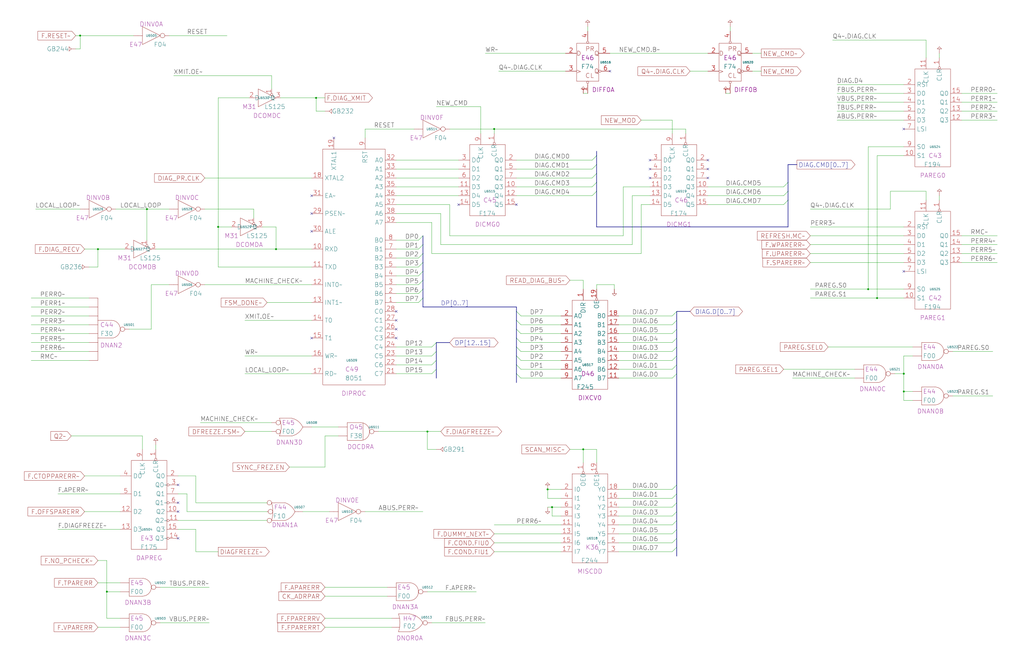
<source format=kicad_sch>
(kicad_sch (version 20250114) (generator "eeschema") (generator_version "9.0")
  (paper "User" 584.2 378.46)
  (title_block (title "DIAGNOSTIC PROCESSOR") (date "20-MAR-90") (rev "1.0") (comment 1 "FIU") (comment 2 "232-003065") (comment 3 "S400") (comment 4 "RELEASED"))
  (junction (at 500.38 170.18))
  (junction (at 281.94 73.66))
  (junction (at 55.88 142.24))
  (junction (at 515.62 223.52))
  (junction (at 60.96 337.82))
  (junction (at 312.42 279.4))
  (junction (at 515.62 213.36))
  (junction (at 157.48 142.24))
  (junction (at 314.96 289.56))
  (junction (at 83.82 119.38))
  (junction (at 495.3 165.1))
  (junction (at 124.46 129.54))
  (junction (at 243.84 246.38))
  (junction (at 332.74 256.54))
  (junction (at 180.34 55.88))
  (junction (at 45.72 20.32))
  (no_connect (at 370.84 91.44))
  (no_connect (at 515.62 73.66))
  (no_connect (at 515.62 154.94))
  (no_connect (at 226.06 187.96))
  (no_connect (at 177.8 132.08))
  (no_connect (at 177.8 111.76))
  (no_connect (at 101.6 287.02))
  (no_connect (at 190.5 78.74))
  (no_connect (at 177.8 193.04))
  (no_connect (at 294.64 116.84))
  (no_connect (at 403.86 101.6))
  (no_connect (at 403.86 91.44))
  (no_connect (at 261.62 116.84))
  (no_connect (at 101.6 307.34))
  (no_connect (at 101.6 276.86))
  (no_connect (at 370.84 101.6))
  (no_connect (at 403.86 96.52))
  (no_connect (at 101.6 292.1))
  (no_connect (at 177.8 121.92))
  (no_connect (at 370.84 96.52))
  (no_connect (at 226.06 193.04))
  (no_connect (at 226.06 182.88))
  (no_connect (at 226.06 177.8))
  (no_connect (at 347.98 40.64))
  (bus_entry (at 294.64 182.88) (size 2.54 2.54))
  (bus_entry (at 386.08 312.42) (size -2.54 2.54))
  (bus_entry (at 294.64 187.96) (size 2.54 2.54))
  (bus_entry (at 248.92 195.58) (size -2.54 2.54))
  (bus_entry (at 449.58 109.22) (size -2.54 2.54))
  (bus_entry (at 340.36 88.9) (size -2.54 2.54))
  (bus_entry (at 241.3 160.02) (size -2.54 2.54))
  (bus_entry (at 386.08 187.96) (size -2.54 2.54))
  (bus_entry (at 386.08 281.94) (size -2.54 2.54))
  (bus_entry (at 241.3 165.1) (size -2.54 2.54))
  (bus_entry (at 294.64 177.8) (size 2.54 2.54))
  (bus_entry (at 386.08 302.26) (size -2.54 2.54))
  (bus_entry (at 340.36 99.06) (size -2.54 2.54))
  (bus_entry (at 386.08 307.34) (size -2.54 2.54))
  (bus_entry (at 248.92 205.74) (size -2.54 2.54))
  (bus_entry (at 386.08 287.02) (size -2.54 2.54))
  (bus_entry (at 248.92 210.82) (size -2.54 2.54))
  (bus_entry (at 449.58 114.3) (size -2.54 2.54))
  (bus_entry (at 241.3 149.86) (size -2.54 2.54))
  (bus_entry (at 386.08 292.1) (size -2.54 2.54))
  (bus_entry (at 386.08 203.2) (size -2.54 2.54))
  (bus_entry (at 386.08 213.36) (size -2.54 2.54))
  (bus_entry (at 241.3 134.62) (size -2.54 2.54))
  (bus_entry (at 241.3 144.78) (size -2.54 2.54))
  (bus_entry (at 386.08 182.88) (size -2.54 2.54))
  (bus_entry (at 449.58 104.14) (size -2.54 2.54))
  (bus_entry (at 248.92 200.66) (size -2.54 2.54))
  (bus_entry (at 241.3 170.18) (size -2.54 2.54))
  (bus_entry (at 294.64 193.04) (size 2.54 2.54))
  (bus_entry (at 386.08 193.04) (size -2.54 2.54))
  (bus_entry (at 340.36 93.98) (size -2.54 2.54))
  (bus_entry (at 386.08 276.86) (size -2.54 2.54))
  (bus_entry (at 241.3 154.94) (size -2.54 2.54))
  (bus_entry (at 340.36 109.22) (size -2.54 2.54))
  (bus_entry (at 294.64 213.36) (size 2.54 2.54))
  (bus_entry (at 294.64 203.2) (size 2.54 2.54))
  (bus_entry (at 386.08 297.18) (size -2.54 2.54))
  (bus_entry (at 294.64 208.28) (size 2.54 2.54))
  (bus_entry (at 386.08 177.8) (size -2.54 2.54))
  (bus_entry (at 340.36 104.14) (size -2.54 2.54))
  (bus_entry (at 386.08 198.12) (size -2.54 2.54))
  (bus_entry (at 294.64 198.12) (size 2.54 2.54))
  (bus_entry (at 386.08 208.28) (size -2.54 2.54))
  (bus_entry (at 241.3 139.7) (size -2.54 2.54))
  (wire (pts (xy 124.46 55.88) (xy 142.24 55.88)))
  (wire (pts (xy 101.6 281.94) (xy 106.68 281.94)))
  (wire (pts (xy 66.04 119.38) (xy 83.82 119.38)))
  (wire (pts (xy 160.02 55.88) (xy 180.34 55.88)))
  (wire (pts (xy 294.64 91.44) (xy 337.82 91.44)))
  (wire (pts (xy 226.06 127) (xy 246.38 127)))
  (wire (pts (xy 208.28 73.66) (xy 208.28 78.74)))
  (wire (pts (xy 332.74 165.1) (xy 332.74 160.02)))
  (wire (pts (xy 353.06 210.82) (xy 383.54 210.82)))
  (bus (pts (xy 386.08 177.8) (xy 386.08 182.88)))
  (wire (pts (xy 48.26 271.78) (xy 68.58 271.78)))
  (wire (pts (xy 193.04 248.92) (xy 185.42 248.92)))
  (wire (pts (xy 429.26 30.48) (xy 434.34 30.48)))
  (wire (pts (xy 226.06 172.72) (xy 238.76 172.72)))
  (bus (pts (xy 386.08 312.42) (xy 386.08 317.5)))
  (wire (pts (xy 243.84 256.54) (xy 243.84 246.38)))
  (bus (pts (xy 386.08 287.02) (xy 386.08 292.1)))
  (wire (pts (xy 452.12 215.9) (xy 487.68 215.9)))
  (bus (pts (xy 340.36 129.54) (xy 449.58 129.54)))
  (wire (pts (xy 312.42 279.4) (xy 320.04 279.4)))
  (wire (pts (xy 111.76 287.02) (xy 152.4 287.02)))
  (wire (pts (xy 355.6 134.62) (xy 355.6 106.68)))
  (wire (pts (xy 340.36 165.1) (xy 340.36 162.56)))
  (wire (pts (xy 256.54 116.84) (xy 256.54 134.62)))
  (wire (pts (xy 33.02 281.94) (xy 68.58 281.94)))
  (wire (pts (xy 256.54 134.62) (xy 355.6 134.62)))
  (wire (pts (xy 226.06 121.92) (xy 251.46 121.92)))
  (bus (pts (xy 449.58 93.98) (xy 454.66 93.98)))
  (wire (pts (xy 88.9 256.54) (xy 88.9 254)))
  (wire (pts (xy 314.96 289.56) (xy 320.04 289.56)))
  (wire (pts (xy 353.06 314.96) (xy 383.54 314.96)))
  (wire (pts (xy 124.46 129.54) (xy 124.46 55.88)))
  (wire (pts (xy 274.32 76.2) (xy 274.32 60.96)))
  (wire (pts (xy 335.28 15.24) (xy 335.28 17.78)))
  (wire (pts (xy 226.06 203.2) (xy 246.38 203.2)))
  (wire (pts (xy 294.64 106.68) (xy 337.82 106.68)))
  (wire (pts (xy 353.06 299.72) (xy 383.54 299.72)))
  (wire (pts (xy 60.96 337.82) (xy 60.96 320.04)))
  (wire (pts (xy 297.18 180.34) (xy 320.04 180.34)))
  (wire (pts (xy 17.78 205.74) (xy 50.8 205.74)))
  (wire (pts (xy 515.62 213.36) (xy 510.54 213.36)))
  (wire (pts (xy 353.06 215.9) (xy 383.54 215.9)))
  (wire (pts (xy 101.6 302.26) (xy 111.76 302.26)))
  (wire (pts (xy 106.68 281.94) (xy 106.68 292.1)))
  (wire (pts (xy 332.74 256.54) (xy 340.36 256.54)))
  (wire (pts (xy 55.88 358.14) (xy 68.58 358.14)))
  (wire (pts (xy 256.54 73.66) (xy 281.94 73.66)))
  (bus (pts (xy 386.08 177.8) (xy 393.7 177.8)))
  (wire (pts (xy 548.64 68.58) (xy 568.96 68.58)))
  (wire (pts (xy 535.94 111.76) (xy 535.94 114.3)))
  (wire (pts (xy 40.64 248.92) (xy 81.28 248.92)))
  (bus (pts (xy 386.08 281.94) (xy 386.08 287.02)))
  (wire (pts (xy 462.28 139.7) (xy 515.62 139.7)))
  (wire (pts (xy 403.86 111.76) (xy 447.04 111.76)))
  (wire (pts (xy 353.06 284.48) (xy 383.54 284.48)))
  (wire (pts (xy 111.76 302.26) (xy 111.76 314.96)))
  (wire (pts (xy 48.26 142.24) (xy 55.88 142.24)))
  (wire (pts (xy 462.28 170.18) (xy 500.38 170.18)))
  (wire (pts (xy 515.62 203.2) (xy 515.62 213.36)))
  (wire (pts (xy 353.06 279.4) (xy 383.54 279.4)))
  (wire (pts (xy 96.52 162.56) (xy 86.36 162.56)))
  (wire (pts (xy 111.76 314.96) (xy 124.46 314.96)))
  (wire (pts (xy 86.36 187.96) (xy 73.66 187.96)))
  (wire (pts (xy 154.94 43.18) (xy 154.94 50.8)))
  (wire (pts (xy 414.02 53.34) (xy 416.56 53.34)))
  (bus (pts (xy 449.58 93.98) (xy 449.58 104.14)))
  (wire (pts (xy 185.42 340.36) (xy 220.98 340.36)))
  (bus (pts (xy 386.08 208.28) (xy 386.08 213.36)))
  (wire (pts (xy 43.18 20.32) (xy 45.72 20.32)))
  (wire (pts (xy 208.28 292.1) (xy 241.3 292.1)))
  (bus (pts (xy 386.08 193.04) (xy 386.08 198.12)))
  (wire (pts (xy 325.12 160.02) (xy 332.74 160.02)))
  (wire (pts (xy 403.86 116.84) (xy 447.04 116.84)))
  (bus (pts (xy 386.08 187.96) (xy 386.08 193.04)))
  (wire (pts (xy 55.88 142.24) (xy 71.12 142.24)))
  (wire (pts (xy 111.76 271.78) (xy 111.76 287.02)))
  (bus (pts (xy 340.36 86.36) (xy 340.36 88.9)))
  (bus (pts (xy 241.3 170.18) (xy 241.3 175.26)))
  (wire (pts (xy 55.88 152.4) (xy 55.88 142.24)))
  (wire (pts (xy 226.06 137.16) (xy 238.76 137.16)))
  (wire (pts (xy 365.76 144.78) (xy 365.76 116.84)))
  (wire (pts (xy 215.9 246.38) (xy 243.84 246.38)))
  (bus (pts (xy 386.08 302.26) (xy 386.08 307.34)))
  (wire (pts (xy 226.06 91.44) (xy 261.62 91.44)))
  (wire (pts (xy 416.56 15.24) (xy 416.56 17.78)))
  (wire (pts (xy 185.42 353.06) (xy 223.52 353.06)))
  (wire (pts (xy 548.64 134.62) (xy 568.96 134.62)))
  (bus (pts (xy 294.64 208.28) (xy 294.64 213.36)))
  (wire (pts (xy 20.32 119.38) (xy 45.72 119.38)))
  (bus (pts (xy 340.36 109.22) (xy 340.36 129.54)))
  (wire (pts (xy 274.32 60.96) (xy 248.92 60.96)))
  (wire (pts (xy 17.78 200.66) (xy 50.8 200.66)))
  (bus (pts (xy 241.3 149.86) (xy 241.3 154.94)))
  (wire (pts (xy 360.68 111.76) (xy 370.84 111.76)))
  (wire (pts (xy 297.18 190.5) (xy 320.04 190.5)))
  (wire (pts (xy 246.38 144.78) (xy 365.76 144.78)))
  (wire (pts (xy 144.78 119.38) (xy 144.78 124.46)))
  (wire (pts (xy 236.22 73.66) (xy 208.28 73.66)))
  (wire (pts (xy 139.7 182.88) (xy 177.8 182.88)))
  (wire (pts (xy 297.18 185.42) (xy 320.04 185.42)))
  (wire (pts (xy 353.06 205.74) (xy 383.54 205.74)))
  (wire (pts (xy 251.46 139.7) (xy 360.68 139.7)))
  (wire (pts (xy 281.94 309.88) (xy 320.04 309.88)))
  (wire (pts (xy 226.06 101.6) (xy 261.62 101.6)))
  (bus (pts (xy 386.08 213.36) (xy 386.08 276.86)))
  (bus (pts (xy 241.3 154.94) (xy 241.3 160.02)))
  (wire (pts (xy 391.16 73.66) (xy 391.16 76.2)))
  (wire (pts (xy 226.06 116.84) (xy 256.54 116.84)))
  (wire (pts (xy 347.98 30.48) (xy 403.86 30.48)))
  (wire (pts (xy 116.84 162.56) (xy 177.8 162.56)))
  (wire (pts (xy 548.64 58.42) (xy 568.96 58.42)))
  (wire (pts (xy 152.4 172.72) (xy 177.8 172.72)))
  (wire (pts (xy 281.94 73.66) (xy 281.94 76.2)))
  (wire (pts (xy 17.78 175.26) (xy 50.8 175.26)))
  (wire (pts (xy 55.88 332.74) (xy 68.58 332.74)))
  (wire (pts (xy 177.8 243.84) (xy 193.04 243.84)))
  (wire (pts (xy 528.32 114.3) (xy 528.32 109.22)))
  (wire (pts (xy 96.52 20.32) (xy 129.54 20.32)))
  (wire (pts (xy 543.56 226.06) (xy 566.42 226.06)))
  (wire (pts (xy 548.64 149.86) (xy 568.96 149.86)))
  (wire (pts (xy 88.9 142.24) (xy 157.48 142.24)))
  (wire (pts (xy 535.94 30.48) (xy 535.94 33.02)))
  (wire (pts (xy 462.28 144.78) (xy 515.62 144.78)))
  (wire (pts (xy 226.06 142.24) (xy 238.76 142.24)))
  (wire (pts (xy 548.64 63.5) (xy 568.96 63.5)))
  (wire (pts (xy 297.18 210.82) (xy 320.04 210.82)))
  (bus (pts (xy 340.36 88.9) (xy 340.36 93.98)))
  (wire (pts (xy 139.7 213.36) (xy 177.8 213.36)))
  (wire (pts (xy 515.62 223.52) (xy 515.62 213.36)))
  (wire (pts (xy 185.42 335.28) (xy 220.98 335.28)))
  (bus (pts (xy 386.08 297.18) (xy 386.08 302.26)))
  (wire (pts (xy 294.64 96.52) (xy 337.82 96.52)))
  (wire (pts (xy 68.58 353.06) (xy 60.96 353.06)))
  (wire (pts (xy 114.3 241.3) (xy 154.94 241.3)))
  (wire (pts (xy 106.68 292.1) (xy 152.4 292.1)))
  (wire (pts (xy 297.18 195.58) (xy 320.04 195.58)))
  (wire (pts (xy 226.06 106.68) (xy 261.62 106.68)))
  (wire (pts (xy 185.42 358.14) (xy 223.52 358.14)))
  (wire (pts (xy 528.32 109.22) (xy 508 109.22)))
  (wire (pts (xy 248.92 256.54) (xy 243.84 256.54)))
  (wire (pts (xy 320.04 284.48) (xy 312.42 284.48)))
  (wire (pts (xy 365.76 68.58) (xy 383.54 68.58)))
  (bus (pts (xy 449.58 104.14) (xy 449.58 109.22)))
  (wire (pts (xy 116.84 119.38) (xy 144.78 119.38)))
  (wire (pts (xy 60.96 353.06) (xy 60.96 337.82)))
  (bus (pts (xy 241.3 134.62) (xy 241.3 139.7)))
  (wire (pts (xy 246.38 127) (xy 246.38 144.78)))
  (wire (pts (xy 281.94 73.66) (xy 391.16 73.66)))
  (wire (pts (xy 472.44 198.12) (xy 520.7 198.12)))
  (bus (pts (xy 386.08 276.86) (xy 386.08 281.94)))
  (wire (pts (xy 508 109.22) (xy 508 119.38)))
  (bus (pts (xy 294.64 198.12) (xy 294.64 203.2)))
  (wire (pts (xy 340.36 162.56) (xy 350.52 162.56)))
  (bus (pts (xy 294.64 187.96) (xy 294.64 193.04)))
  (wire (pts (xy 294.64 111.76) (xy 337.82 111.76)))
  (wire (pts (xy 101.6 271.78) (xy 111.76 271.78)))
  (wire (pts (xy 528.32 33.02) (xy 528.32 22.86)))
  (bus (pts (xy 386.08 307.34) (xy 386.08 312.42)))
  (bus (pts (xy 248.92 195.58) (xy 248.92 200.66)))
  (wire (pts (xy 226.06 157.48) (xy 238.76 157.48)))
  (wire (pts (xy 350.52 162.56) (xy 350.52 165.1)))
  (wire (pts (xy 495.3 83.82) (xy 495.3 165.1)))
  (wire (pts (xy 83.82 119.38) (xy 96.52 119.38)))
  (bus (pts (xy 241.3 165.1) (xy 241.3 170.18)))
  (wire (pts (xy 548.64 139.7) (xy 568.96 139.7)))
  (wire (pts (xy 81.28 256.54) (xy 81.28 248.92)))
  (bus (pts (xy 294.64 213.36) (xy 294.64 218.44)))
  (wire (pts (xy 340.36 264.16) (xy 340.36 256.54)))
  (wire (pts (xy 33.02 302.26) (xy 68.58 302.26)))
  (wire (pts (xy 500.38 88.9) (xy 500.38 170.18)))
  (bus (pts (xy 340.36 104.14) (xy 340.36 109.22)))
  (wire (pts (xy 429.26 40.64) (xy 434.34 40.64)))
  (bus (pts (xy 340.36 93.98) (xy 340.36 99.06)))
  (bus (pts (xy 248.92 205.74) (xy 248.92 210.82)))
  (wire (pts (xy 462.28 129.54) (xy 515.62 129.54)))
  (wire (pts (xy 477.52 68.58) (xy 515.62 68.58)))
  (bus (pts (xy 294.64 175.26) (xy 294.64 177.8)))
  (wire (pts (xy 180.34 63.5) (xy 180.34 55.88)))
  (wire (pts (xy 246.38 355.6) (xy 276.86 355.6)))
  (wire (pts (xy 353.06 309.88) (xy 383.54 309.88)))
  (wire (pts (xy 297.18 200.66) (xy 320.04 200.66)))
  (wire (pts (xy 353.06 180.34) (xy 383.54 180.34)))
  (wire (pts (xy 515.62 83.82) (xy 495.3 83.82)))
  (bus (pts (xy 241.3 175.26) (xy 294.64 175.26)))
  (wire (pts (xy 294.64 101.6) (xy 337.82 101.6)))
  (bus (pts (xy 449.58 109.22) (xy 449.58 114.3)))
  (wire (pts (xy 353.06 289.56) (xy 383.54 289.56)))
  (wire (pts (xy 462.28 134.62) (xy 515.62 134.62)))
  (wire (pts (xy 226.06 111.76) (xy 261.62 111.76)))
  (wire (pts (xy 281.94 304.8) (xy 320.04 304.8)))
  (wire (pts (xy 403.86 106.68) (xy 447.04 106.68)))
  (wire (pts (xy 515.62 88.9) (xy 500.38 88.9)))
  (bus (pts (xy 294.64 182.88) (xy 294.64 187.96)))
  (wire (pts (xy 393.7 40.64) (xy 403.86 40.64)))
  (wire (pts (xy 124.46 129.54) (xy 132.08 129.54)))
  (bus (pts (xy 248.92 195.58) (xy 256.54 195.58)))
  (wire (pts (xy 528.32 22.86) (xy 474.98 22.86)))
  (wire (pts (xy 462.28 119.38) (xy 508 119.38)))
  (wire (pts (xy 515.62 228.6) (xy 515.62 223.52)))
  (wire (pts (xy 355.6 106.68) (xy 370.84 106.68)))
  (wire (pts (xy 297.18 205.74) (xy 320.04 205.74)))
  (wire (pts (xy 353.06 185.42) (xy 383.54 185.42)))
  (wire (pts (xy 17.78 195.58) (xy 50.8 195.58)))
  (wire (pts (xy 76.2 20.32) (xy 45.72 20.32)))
  (wire (pts (xy 276.86 30.48) (xy 322.58 30.48)))
  (wire (pts (xy 17.78 180.34) (xy 50.8 180.34)))
  (wire (pts (xy 45.72 27.94) (xy 43.18 27.94)))
  (wire (pts (xy 116.84 101.6) (xy 177.8 101.6)))
  (bus (pts (xy 248.92 210.82) (xy 248.92 215.9)))
  (wire (pts (xy 353.06 190.5) (xy 383.54 190.5)))
  (wire (pts (xy 477.52 63.5) (xy 515.62 63.5)))
  (wire (pts (xy 332.74 256.54) (xy 332.74 264.16)))
  (bus (pts (xy 241.3 160.02) (xy 241.3 165.1)))
  (wire (pts (xy 226.06 208.28) (xy 246.38 208.28)))
  (bus (pts (xy 449.58 114.3) (xy 449.58 129.54)))
  (bus (pts (xy 386.08 182.88) (xy 386.08 187.96)))
  (wire (pts (xy 281.94 314.96) (xy 320.04 314.96)))
  (wire (pts (xy 297.18 215.9) (xy 320.04 215.9)))
  (wire (pts (xy 60.96 337.82) (xy 68.58 337.82)))
  (wire (pts (xy 353.06 304.8) (xy 383.54 304.8)))
  (wire (pts (xy 383.54 76.2) (xy 383.54 68.58)))
  (wire (pts (xy 353.06 195.58) (xy 383.54 195.58)))
  (wire (pts (xy 284.48 40.64) (xy 322.58 40.64)))
  (wire (pts (xy 139.7 203.2) (xy 177.8 203.2)))
  (wire (pts (xy 91.44 355.6) (xy 119.38 355.6)))
  (wire (pts (xy 17.78 190.5) (xy 50.8 190.5)))
  (wire (pts (xy 281.94 299.72) (xy 320.04 299.72)))
  (wire (pts (xy 332.74 53.34) (xy 335.28 53.34)))
  (wire (pts (xy 243.84 246.38) (xy 251.46 246.38)))
  (wire (pts (xy 226.06 167.64) (xy 238.76 167.64)))
  (wire (pts (xy 312.42 289.56) (xy 314.96 289.56)))
  (wire (pts (xy 548.64 53.34) (xy 568.96 53.34)))
  (bus (pts (xy 294.64 203.2) (xy 294.64 208.28)))
  (wire (pts (xy 360.68 139.7) (xy 360.68 111.76)))
  (wire (pts (xy 83.82 119.38) (xy 83.82 137.16)))
  (wire (pts (xy 353.06 200.66) (xy 383.54 200.66)))
  (wire (pts (xy 243.84 337.82) (xy 271.78 337.82)))
  (wire (pts (xy 177.8 152.4) (xy 124.46 152.4)))
  (wire (pts (xy 226.06 147.32) (xy 238.76 147.32)))
  (wire (pts (xy 477.52 48.26) (xy 515.62 48.26)))
  (wire (pts (xy 515.62 223.52) (xy 520.7 223.52)))
  (wire (pts (xy 447.04 210.82) (xy 487.68 210.82)))
  (wire (pts (xy 48.26 292.1) (xy 68.58 292.1)))
  (wire (pts (xy 172.72 292.1) (xy 187.96 292.1)))
  (wire (pts (xy 543.56 200.66) (xy 566.42 200.66)))
  (wire (pts (xy 180.34 55.88) (xy 185.42 55.88)))
  (wire (pts (xy 251.46 121.92) (xy 251.46 139.7)))
  (wire (pts (xy 226.06 198.12) (xy 246.38 198.12)))
  (bus (pts (xy 386.08 198.12) (xy 386.08 203.2)))
  (bus (pts (xy 386.08 203.2) (xy 386.08 208.28)))
  (bus (pts (xy 386.08 292.1) (xy 386.08 297.18)))
  (bus (pts (xy 294.64 193.04) (xy 294.64 198.12)))
  (wire (pts (xy 17.78 170.18) (xy 50.8 170.18)))
  (wire (pts (xy 60.96 320.04) (xy 55.88 320.04)))
  (wire (pts (xy 149.86 129.54) (xy 157.48 129.54)))
  (wire (pts (xy 462.28 165.1) (xy 495.3 165.1)))
  (wire (pts (xy 91.44 335.28) (xy 119.38 335.28)))
  (wire (pts (xy 548.64 144.78) (xy 568.96 144.78)))
  (wire (pts (xy 226.06 162.56) (xy 238.76 162.56)))
  (wire (pts (xy 226.06 213.36) (xy 246.38 213.36)))
  (wire (pts (xy 226.06 96.52) (xy 261.62 96.52)))
  (wire (pts (xy 500.38 170.18) (xy 515.62 170.18)))
  (wire (pts (xy 86.36 162.56) (xy 86.36 187.96)))
  (wire (pts (xy 462.28 149.86) (xy 515.62 149.86)))
  (wire (pts (xy 157.48 142.24) (xy 177.8 142.24)))
  (wire (pts (xy 157.48 129.54) (xy 157.48 142.24)))
  (bus (pts (xy 241.3 144.78) (xy 241.3 149.86)))
  (wire (pts (xy 477.52 58.42) (xy 515.62 58.42)))
  (wire (pts (xy 45.72 20.32) (xy 45.72 27.94)))
  (wire (pts (xy 185.42 63.5) (xy 180.34 63.5)))
  (wire (pts (xy 99.06 43.18) (xy 154.94 43.18)))
  (wire (pts (xy 365.76 116.84) (xy 370.84 116.84)))
  (wire (pts (xy 185.42 266.7) (xy 165.1 266.7)))
  (wire (pts (xy 139.7 246.38) (xy 154.94 246.38)))
  (wire (pts (xy 312.42 284.48) (xy 312.42 279.4)))
  (wire (pts (xy 520.7 203.2) (xy 515.62 203.2)))
  (bus (pts (xy 294.64 177.8) (xy 294.64 182.88)))
  (wire (pts (xy 320.04 294.64) (xy 314.96 294.64)))
  (bus (pts (xy 340.36 99.06) (xy 340.36 104.14)))
  (wire (pts (xy 50.8 152.4) (xy 55.88 152.4)))
  (wire (pts (xy 226.06 152.4) (xy 238.76 152.4)))
  (wire (pts (xy 325.12 256.54) (xy 332.74 256.54)))
  (wire (pts (xy 124.46 152.4) (xy 124.46 129.54)))
  (wire (pts (xy 185.42 248.92) (xy 185.42 266.7)))
  (wire (pts (xy 520.7 228.6) (xy 515.62 228.6)))
  (wire (pts (xy 353.06 294.64) (xy 383.54 294.64)))
  (wire (pts (xy 495.3 165.1) (xy 515.62 165.1)))
  (bus (pts (xy 241.3 139.7) (xy 241.3 144.78)))
  (wire (pts (xy 314.96 294.64) (xy 314.96 289.56)))
  (wire (pts (xy 101.6 297.18) (xy 152.4 297.18)))
  (bus (pts (xy 248.92 200.66) (xy 248.92 205.74)))
  (wire (pts (xy 477.52 53.34) (xy 515.62 53.34)))
  (wire (pts (xy 17.78 185.42) (xy 50.8 185.42)))
  (label "PERR5~" (at 22.86 195.58 0) (effects (font (size 2.54 2.54))))
  (label "PERR6~" (at 553.72 149.86 0) (effects (font (size 2.54 2.54))))
  (label "DP0" (at 302.26 215.9 0) (effects (font (size 2.54 2.54))))
  (label "ABUS.PERR~" (at 215.9 292.1 0) (effects (font (size 2.54 2.54))))
  (label "DIAG.D6" (at 360.68 185.42 0) (effects (font (size 2.54 2.54))))
  (label "DIAG.D5" (at 360.68 304.8 0) (effects (font (size 2.54 2.54))))
  (label "DIAG.D1" (at 360.68 284.48 0) (effects (font (size 2.54 2.54))))
  (label "MACHINE_CHECK~" (at 452.12 215.9 0) (effects (font (size 2.54 2.54))))
  (label "NEW_CMD.B~" (at 353.06 30.48 0) (effects (font (size 2.54 2.54))))
  (label "RESET" (at 213.36 73.66 0) (effects (font (size 2.54 2.54))))
  (label "NEW_CMD" (at 248.92 60.96 0) (effects (font (size 2.54 2.54))))
  (label "TBUS.PERR~" (at 96.52 335.28 0) (effects (font (size 2.54 2.54))))
  (label "DP14" (at 231.14 208.28 0) (effects (font (size 2.54 2.54))))
  (label "DIAG.D7" (at 360.68 180.34 0) (effects (font (size 2.54 2.54))))
  (label "F.APERR~" (at 33.02 281.94 0) (effects (font (size 2.54 2.54))))
  (label "F.DIAGFREEZE~" (at 33.02 302.26 0) (effects (font (size 2.54 2.54))))
  (label "PERR6~" (at 22.86 200.66 0) (effects (font (size 2.54 2.54))))
  (label "WR~" (at 276.86 30.48 0) (effects (font (size 2.54 2.54))))
  (label "PERR4~" (at 22.86 190.5 0) (effects (font (size 2.54 2.54))))
  (label "RESET" (at 106.68 20.32 0) (effects (font (size 2.54 2.54))))
  (label "Q4~.DIAG.CLK" (at 474.98 22.86 0) (effects (font (size 2.54 2.54))))
  (label "DP3" (at 302.26 200.66 0) (effects (font (size 2.54 2.54))))
  (label "DP2" (at 231.14 147.32 0) (effects (font (size 2.54 2.54))))
  (label "DP3" (at 231.14 152.4 0) (effects (font (size 2.54 2.54))))
  (label "LOCAL_LOOP" (at 68.58 119.38 0) (effects (font (size 2.54 2.54))))
  (label "DP1" (at 302.26 210.82 0) (effects (font (size 2.54 2.54))))
  (label "FBUS.PERR~" (at 477.52 53.34 0) (effects (font (size 2.54 2.54))))
  (label "LOCAL_LOOP~" (at 139.7 213.36 0) (effects (font (size 2.54 2.54))))
  (label "Q4~.DIAG.CLK" (at 462.28 119.38 0) (effects (font (size 2.54 2.54))))
  (label "XMIT.OE~" (at 99.06 43.18 0) (effects (font (size 2.54 2.54))))
  (label "DP15" (at 231.14 213.36 0) (effects (font (size 2.54 2.54))))
  (label "PERR3~" (at 553.72 68.58 0) (effects (font (size 2.54 2.54))))
  (label "DP1" (at 231.14 142.24 0) (effects (font (size 2.54 2.54))))
  (label "RMC~" (at 22.86 205.74 0) (effects (font (size 2.54 2.54))))
  (label "DP[0..7]" (at 251.46 175.26 0) (effects (font (size 2.54 2.54))))
  (label "PAREG.S0" (at 464.82 165.1 0) (effects (font (size 2.54 2.54))))
  (label "RMC~" (at 553.72 134.62 0) (effects (font (size 2.54 2.54))))
  (label "DP6" (at 231.14 167.64 0) (effects (font (size 2.54 2.54))))
  (label "DP13" (at 231.14 203.2 0) (effects (font (size 2.54 2.54))))
  (label "DIAG.CMD2" (at 304.8 101.6 0) (effects (font (size 2.54 2.54))))
  (label "DP4" (at 302.26 195.58 0) (effects (font (size 2.54 2.54))))
  (label "DIAG.D5" (at 360.68 190.5 0) (effects (font (size 2.54 2.54))))
  (label "DIAG.D7" (at 360.68 314.96 0) (effects (font (size 2.54 2.54))))
  (label "PAREG.S1" (at 464.82 170.18 0) (effects (font (size 2.54 2.54))))
  (label "PERR0~" (at 553.72 53.34 0) (effects (font (size 2.54 2.54))))
  (label "Q4~.DIAG.CLK" (at 284.48 40.64 0) (effects (font (size 2.54 2.54))))
  (label "DIAG.D0" (at 360.68 215.9 0) (effects (font (size 2.54 2.54))))
  (label "MACHINE_CHECK~" (at 139.7 162.56 0) (effects (font (size 2.54 2.54))))
  (label "DIAG.D2" (at 360.68 289.56 0) (effects (font (size 2.54 2.54))))
  (label "DIAG.CMD7" (at 414.02 116.84 0) (effects (font (size 2.54 2.54))))
  (label "DP0" (at 231.14 137.16 0) (effects (font (size 2.54 2.54))))
  (label "XMIT.OE~" (at 139.7 182.88 0) (effects (font (size 2.54 2.54))))
  (label "DIAG.D4" (at 360.68 195.58 0) (effects (font (size 2.54 2.54))))
  (label "DIAG.CMD6" (at 414.02 111.76 0) (effects (font (size 2.54 2.54))))
  (label "PERR2~" (at 22.86 180.34 0) (effects (font (size 2.54 2.54))))
  (label "VBUS.PERR~" (at 477.52 58.42 0) (effects (font (size 2.54 2.54))))
  (label "DP4" (at 231.14 157.48 0) (effects (font (size 2.54 2.54))))
  (label "DIAG.D4" (at 360.68 299.72 0) (effects (font (size 2.54 2.54))))
  (label "DIAG.D3" (at 360.68 200.66 0) (effects (font (size 2.54 2.54))))
  (label "PAREG.S0" (at 546.1 200.66 0) (effects (font (size 2.54 2.54))))
  (label "PAREG.S1" (at 546.1 226.06 0) (effects (font (size 2.54 2.54))))
  (label "PERR1~" (at 22.86 175.26 0) (effects (font (size 2.54 2.54))))
  (label "DP7" (at 302.26 180.34 0) (effects (font (size 2.54 2.54))))
  (label "DIAG.D4" (at 477.52 48.26 0) (effects (font (size 2.54 2.54))))
  (label "DIAG.CMD5" (at 414.02 106.68 0) (effects (font (size 2.54 2.54))))
  (label "MACHINE_CHECK~" (at 114.3 241.3 0) (effects (font (size 2.54 2.54))))
  (label "PERR0~" (at 22.86 170.18 0) (effects (font (size 2.54 2.54))))
  (label "PERR6~" (at 294.64 299.72 0) (effects (font (size 2.54 2.54))))
  (label "PERR5~" (at 553.72 144.78 0) (effects (font (size 2.54 2.54))))
  (label "DP6" (at 302.26 185.42 0) (effects (font (size 2.54 2.54))))
  (label "VBUS.PERR~" (at 96.52 355.6 0) (effects (font (size 2.54 2.54))))
  (label "DIAG.CMD0" (at 304.8 91.44 0) (effects (font (size 2.54 2.54))))
  (label "PERR3~" (at 22.86 185.42 0) (effects (font (size 2.54 2.54))))
  (label "DP12" (at 231.14 198.12 0) (effects (font (size 2.54 2.54))))
  (label "DIAG.CMD1" (at 304.8 96.52 0) (effects (font (size 2.54 2.54))))
  (label "DIAG.D6" (at 360.68 309.88 0) (effects (font (size 2.54 2.54))))
  (label "TBUS.PERR~" (at 477.52 63.5 0) (effects (font (size 2.54 2.54))))
  (label "LOCAL_LOOP~" (at 20.32 119.38 0) (effects (font (size 2.54 2.54))))
  (label "DP2" (at 302.26 205.74 0) (effects (font (size 2.54 2.54))))
  (label "DP5" (at 302.26 190.5 0) (effects (font (size 2.54 2.54))))
  (label "DIAG.D3" (at 360.68 294.64 0) (effects (font (size 2.54 2.54))))
  (label "DIAG.CMD4" (at 304.8 111.76 0) (effects (font (size 2.54 2.54))))
  (label "PERR2~" (at 553.72 63.5 0) (effects (font (size 2.54 2.54))))
  (label "DIAG.D0" (at 360.68 279.4 0) (effects (font (size 2.54 2.54))))
  (label "PERR3~" (at 462.28 129.54 0) (effects (font (size 2.54 2.54))))
  (label "PERR1~" (at 553.72 58.42 0) (effects (font (size 2.54 2.54))))
  (label "DP5" (at 231.14 162.56 0) (effects (font (size 2.54 2.54))))
  (label "DP7" (at 231.14 172.72 0) (effects (font (size 2.54 2.54))))
  (label "WR~" (at 139.7 203.2 0) (effects (font (size 2.54 2.54))))
  (label "ABUS.PERR~" (at 477.52 68.58 0) (effects (font (size 2.54 2.54))))
  (label "F.APERR~" (at 254 337.82 0) (effects (font (size 2.54 2.54))))
  (label "DIAG.CMD3" (at 304.8 106.68 0) (effects (font (size 2.54 2.54))))
  (label "DIAG.D2" (at 360.68 205.74 0) (effects (font (size 2.54 2.54))))
  (label "DIAG.D1" (at 360.68 210.82 0) (effects (font (size 2.54 2.54))))
  (label "FBUS.PERR~" (at 254 355.6 0) (effects (font (size 2.54 2.54))))
  (label "PERR4~" (at 553.72 139.7 0) (effects (font (size 2.54 2.54))))
  (global_label "PAREG.SEL1" (shape input) (at 447.04 210.82 180) (effects (font (size 2.54 2.54))) (property "Intersheetrefs" "${INTERSHEET_REFS}" (at 419.9074 210.6613 0) (effects (font (size 1.905 1.905)) (justify right))))
  (global_label "F.TPARERR" (shape input) (at 55.88 332.74 180) (effects (font (size 2.54 2.54))) (property "Intersheetrefs" "${INTERSHEET_REFS}" (at 31.2874 332.5813 0) (effects (font (size 1.905 1.905)) (justify right))))
  (global_label "F.UPARERR~" (shape input) (at 462.28 144.78 180) (effects (font (size 2.54 2.54))) (property "Intersheetrefs" "${INTERSHEET_REFS}" (at 435.1474 144.6213 0) (effects (font (size 1.905 1.905)) (justify right))))
  (global_label "F.WPARERR~" (shape input) (at 462.28 139.7 180) (effects (font (size 2.54 2.54))) (property "Intersheetrefs" "${INTERSHEET_REFS}" (at 434.9055 139.5413 0) (effects (font (size 1.905 1.905)) (justify right))))
  (global_label "F.COND.FIU1" (shape input) (at 281.94 314.96 180) (effects (font (size 2.54 2.54))) (property "Intersheetrefs" "${INTERSHEET_REFS}" (at 253.8397 314.8013 0) (effects (font (size 1.905 1.905)) (justify right))))
  (global_label "SCAN_MISC~" (shape input) (at 325.12 256.54 180) (effects (font (size 2.54 2.54))) (property "Intersheetrefs" "${INTERSHEET_REFS}" (at 297.8664 256.3813 0) (effects (font (size 1.905 1.905)) (justify right))))
  (global_label "NEW_CMD~" (shape output) (at 434.34 30.48 0) (effects (font (size 2.54 2.54))) (property "Intersheetrefs" "${INTERSHEET_REFS}" (at 458.5698 30.3213 0) (effects (font (size 1.905 1.905)) (justify left))))
  (global_label "F.CTOPPARERR~" (shape input) (at 48.26 271.78 180) (effects (font (size 2.54 2.54))) (property "Intersheetrefs" "${INTERSHEET_REFS}" (at 14.1121 271.6213 0) (effects (font (size 1.905 1.905)) (justify right))))
  (global_label "F.DIAGFREEZE~" (shape bidirectional) (at 251.46 246.38 0) (effects (font (size 2.54 2.54))) (property "Intersheetrefs" "${INTERSHEET_REFS}" (at 283.7936 246.2213 0) (effects (font (size 1.905 1.905)) (justify left))))
  (global_label "F.NO_PCHECK~" (shape input) (at 55.88 320.04 180) (effects (font (size 2.54 2.54))) (property "Intersheetrefs" "${INTERSHEET_REFS}" (at 23.6674 319.8813 0) (effects (font (size 1.905 1.905)) (justify right))))
  (global_label "F.COND.FIU0" (shape input) (at 281.94 309.88 180) (effects (font (size 2.54 2.54))) (property "Intersheetrefs" "${INTERSHEET_REFS}" (at 253.8397 309.7213 0) (effects (font (size 1.905 1.905)) (justify right))))
  (global_label "DP[12..15]" (shape bidirectional) (at 256.54 195.58 0) (effects (font (size 2.54 2.54))) (property "Intersheetrefs" "${INTERSHEET_REFS}" (at 281.7374 195.4213 0) (effects (font (size 1.905 1.905)) (justify left))))
  (global_label "PAREG.SEL0" (shape input) (at 472.44 198.12 180) (effects (font (size 2.54 2.54))) (property "Intersheetrefs" "${INTERSHEET_REFS}" (at 445.3074 197.9613 0) (effects (font (size 1.905 1.905)) (justify right))))
  (global_label "DFREEZE.FSM~" (shape input) (at 139.7 246.38 180) (effects (font (size 2.54 2.54))) (property "Intersheetrefs" "${INTERSHEET_REFS}" (at 107.7807 246.2213 0) (effects (font (size 1.905 1.905)) (justify right))))
  (global_label "F.RESET~" (shape input) (at 43.18 20.32 180) (effects (font (size 2.54 2.54))) (property "Intersheetrefs" "${INTERSHEET_REFS}" (at 21.8531 20.1613 0) (effects (font (size 1.905 1.905)) (justify right))))
  (global_label "F.SPARERR~" (shape input) (at 462.28 149.86 180) (effects (font (size 2.54 2.54))) (property "Intersheetrefs" "${INTERSHEET_REFS}" (at 435.3893 149.7013 0) (effects (font (size 1.905 1.905)) (justify right))))
  (global_label "DIAG.CMD[0..7]" (shape output) (at 454.66 93.98 0) (effects (font (size 2.54 2.54))) (property "Intersheetrefs" "${INTERSHEET_REFS}" (at 487.5984 93.8213 0) (effects (font (size 1.905 1.905)) (justify left))))
  (global_label "F.FPARERRV" (shape input) (at 185.42 353.06 180) (effects (font (size 2.54 2.54))) (property "Intersheetrefs" "${INTERSHEET_REFS}" (at 158.4083 352.9013 0) (effects (font (size 1.905 1.905)) (justify right))))
  (global_label "NEW_CMD" (shape output) (at 434.34 40.64 0) (effects (font (size 2.54 2.54))) (property "Intersheetrefs" "${INTERSHEET_REFS}" (at 456.7555 40.4813 0) (effects (font (size 1.905 1.905)) (justify left))))
  (global_label "F.FPARERRT" (shape input) (at 185.42 358.14 180) (effects (font (size 2.54 2.54))) (property "Intersheetrefs" "${INTERSHEET_REFS}" (at 158.6502 357.9813 0) (effects (font (size 1.905 1.905)) (justify right))))
  (global_label "CK_ADRPAR" (shape input) (at 185.42 340.36 180) (effects (font (size 2.54 2.54))) (property "Intersheetrefs" "${INTERSHEET_REFS}" (at 159.255 340.2013 0) (effects (font (size 1.905 1.905)) (justify right))))
  (global_label "F.OFFSPARERR" (shape input) (at 48.26 292.1 180) (effects (font (size 2.54 2.54))) (property "Intersheetrefs" "${INTERSHEET_REFS}" (at 16.1683 291.9413 0) (effects (font (size 1.905 1.905)) (justify right))))
  (global_label "DIAG.D[0..7]" (shape bidirectional) (at 393.7 177.8 0) (effects (font (size 2.54 2.54))) (property "Intersheetrefs" "${INTERSHEET_REFS}" (at 421.1955 177.6413 0) (effects (font (size 1.905 1.905)) (justify left))))
  (global_label "F.APARERR" (shape input) (at 185.42 335.28 180) (effects (font (size 2.54 2.54))) (property "Intersheetrefs" "${INTERSHEET_REFS}" (at 160.5855 335.1213 0) (effects (font (size 1.905 1.905)) (justify right))))
  (global_label "REFRESH.MC~" (shape input) (at 462.28 134.62 180) (effects (font (size 2.54 2.54))) (property "Intersheetrefs" "${INTERSHEET_REFS}" (at 432.2445 134.4613 0) (effects (font (size 1.905 1.905)) (justify right))))
  (global_label "F.DUMMY_NEXT~" (shape input) (at 281.94 304.8 180) (effects (font (size 2.54 2.54))) (property "Intersheetrefs" "${INTERSHEET_REFS}" (at 247.6712 304.6413 0) (effects (font (size 1.905 1.905)) (justify right))))
  (global_label "DIAG_PR.CLK" (shape input) (at 116.84 101.6 180) (effects (font (size 2.54 2.54))) (property "Intersheetrefs" "${INTERSHEET_REFS}" (at 88.3769 101.4413 0) (effects (font (size 1.905 1.905)) (justify right))))
  (global_label "F.DIAG_XMIT" (shape output) (at 185.42 55.88 0) (effects (font (size 2.54 2.54))) (property "Intersheetrefs" "${INTERSHEET_REFS}" (at 212.5012 55.7213 0) (effects (font (size 1.905 1.905)) (justify left))))
  (global_label "READ_DIAG_BUS~" (shape input) (at 325.12 160.02 180) (effects (font (size 2.54 2.54))) (property "Intersheetrefs" "${INTERSHEET_REFS}" (at 289.1578 159.8613 0) (effects (font (size 1.905 1.905)) (justify right))))
  (global_label "Q2~" (shape input) (at 40.64 248.92 180) (effects (font (size 2.54 2.54))) (property "Intersheetrefs" "${INTERSHEET_REFS}" (at 29.1102 248.7613 0) (effects (font (size 1.905 1.905)) (justify right))))
  (global_label "Q4~.DIAG.CLK" (shape input) (at 393.7 40.64 180) (effects (font (size 2.54 2.54))) (property "Intersheetrefs" "${INTERSHEET_REFS}" (at 364.1483 40.4813 0) (effects (font (size 1.905 1.905)) (justify right))))
  (global_label "SYNC_FREZ.EN" (shape input) (at 165.1 266.7 180) (effects (font (size 2.54 2.54))) (property "Intersheetrefs" "${INTERSHEET_REFS}" (at 133.1293 266.5413 0) (effects (font (size 1.905 1.905)) (justify right))))
  (global_label "NEW_MOD" (shape input) (at 365.76 68.58 180) (effects (font (size 2.54 2.54))) (property "Intersheetrefs" "${INTERSHEET_REFS}" (at 343.2235 68.4213 0) (effects (font (size 1.905 1.905)) (justify right))))
  (global_label "F.DIAG_RECV" (shape input) (at 48.26 142.24 180) (effects (font (size 2.54 2.54))) (property "Intersheetrefs" "${INTERSHEET_REFS}" (at 20.0902 142.0813 0) (effects (font (size 1.905 1.905)) (justify right))))
  (global_label "F.VPARERR" (shape input) (at 55.88 358.14 180) (effects (font (size 2.54 2.54))) (property "Intersheetrefs" "${INTERSHEET_REFS}" (at 31.0455 357.9813 0) (effects (font (size 1.905 1.905)) (justify right))))
  (global_label "DIAGFREEZE~" (shape output) (at 124.46 314.96 0) (effects (font (size 2.54 2.54))) (property "Intersheetrefs" "${INTERSHEET_REFS}" (at 153.4069 314.8013 0) (effects (font (size 1.905 1.905)) (justify left))))
  (global_label "FSM_DONE~" (shape input) (at 152.4 172.72 180) (effects (font (size 2.54 2.54))) (property "Intersheetrefs" "${INTERSHEET_REFS}" (at 126.3559 172.5613 0) (effects (font (size 1.905 1.905)) (justify right))))
  (symbol (lib_id "r1000:F04") (at 198.12 292.1 0) (unit 1)
    (property "Reference" "U6510" (at 198.12 292.1 0))
    (property "Value" "F04" (at 199.39 297.18 0) (effects (font (size 2.54 2.54)) (justify left)))
    (property "Location" "E47" (at 185.42 297.18 0) (effects (font (size 2.54 2.54)) (justify left)))
    (property "Name" "DINV0E" (at 198.12 287.02 0) (effects (font (size 2.54 2.54)) (justify bottom)))
  )
  (symbol (lib_id "r1000:F00") (at 528.32 198.12 0) (unit 1)
    (property "Reference" "U6522" (at 543.56 198.12 0))
    (property "Value" "F00" (at 530.225 203.2 0) (effects (font (size 2.54 2.54))))
    (property "Location" "E44" (at 530.225 198.12 0) (effects (font (size 2.54 2.54))))
    (property "Name" "DNAN0A" (at 530.86 210.82 0) (effects (font (size 2.54 2.54)) (justify bottom)))
  )
  (symbol (lib_id "r1000:F00") (at 162.56 241.3 0) (unit 1) (convert 2)
    (property "Reference" "U6508" (at 177.8 241.3 0))
    (property "Value" "F00" (at 164.465 246.38 0) (effects (font (size 2.54 2.54))))
    (property "Location" "E45" (at 164.465 241.3 0) (effects (font (size 2.54 2.54))))
    (property "Name" "DNAN3D" (at 165.1 254 0) (effects (font (size 2.54 2.54)) (justify bottom)))
  )
  (symbol (lib_id "r1000:F00") (at 495.3 210.82 0) (unit 1)
    (property "Reference" "U6521" (at 510.54 210.82 0))
    (property "Value" "F00" (at 497.205 215.9 0) (effects (font (size 2.54 2.54))))
    (property "Location" "E44" (at 497.205 210.82 0) (effects (font (size 2.54 2.54))))
    (property "Name" "DNAN0C" (at 497.84 223.52 0) (effects (font (size 2.54 2.54)) (justify bottom)))
  )
  (symbol (lib_id "r1000:F245") (at 332.74 213.36 0) (unit 1)
    (property "Reference" "U6517" (at 335.28 208.28 0))
    (property "Value" "F245" (at 328.93 220.98 0) (effects (font (size 2.54 2.54)) (justify left)))
    (property "Location" "D46" (at 331.47 213.36 0) (effects (font (size 2.54 2.54)) (justify left)))
    (property "Name" "DIXCV0" (at 336.55 228.6 0) (effects (font (size 2.54 2.54)) (justify bottom)))
  )
  (symbol (lib_id "r1000:PU") (at 416.56 15.24 0) (unit 1)
    (property "Reference" "#PWR06507" (effects (hide yes)))
    (property "Value" "PU" (effects (hide yes)))
  )
  (symbol (lib_id "r1000:F00") (at 76.2 332.74 0) (unit 1)
    (property "Reference" "U6502" (at 91.44 332.74 0))
    (property "Value" "F00" (at 78.105 337.82 0) (effects (font (size 2.54 2.54))))
    (property "Location" "E45" (at 78.105 332.74 0) (effects (font (size 2.54 2.54))))
    (property "Name" "DNAN3B" (at 78.74 345.44 0) (effects (font (size 2.54 2.54)) (justify bottom)))
  )
  (symbol (lib_id "r1000:F175") (at 81.28 307.34 0) (unit 1)
    (property "Reference" "U6504" (at 83.82 302.26 0))
    (property "Value" "F175" (at 80.01 312.42 0) (effects (font (size 2.54 2.54)) (justify left)))
    (property "Location" "E43" (at 80.01 307.34 0) (effects (font (size 2.54 2.54)) (justify left)))
    (property "Name" "DAPREG" (at 85.09 320.04 0) (effects (font (size 2.54 2.54)) (justify bottom)))
  )
  (symbol (lib_id "r1000:F04") (at 106.68 162.56 0) (unit 1)
    (property "Reference" "U6506" (at 106.68 162.56 0))
    (property "Value" "F04" (at 107.95 167.64 0) (effects (font (size 2.54 2.54)) (justify left)))
    (property "Location" "E47" (at 93.98 167.64 0) (effects (font (size 2.54 2.54)) (justify left)))
    (property "Name" "DINV0D" (at 106.68 157.48 0) (effects (font (size 2.54 2.54)) (justify bottom)))
  )
  (symbol (lib_id "r1000:PU") (at 414.02 53.34 0) (unit 1)
    (property "Reference" "#PWR06506" (effects (hide yes)))
    (property "Value" "PU" (effects (hide yes)))
  )
  (symbol (lib_id "r1000:F74") (at 332.74 33.02 0) (unit 1)
    (property "Reference" "U6516" (at 345.44 35.56 0))
    (property "Value" "F74" (at 331.47 38.1 0) (effects (font (size 2.54 2.54)) (justify left)))
    (property "Location" "E46" (at 331.47 33.02 0) (effects (font (size 2.54 2.54)) (justify left)))
    (property "Name" "DIFF0A" (at 344.17 52.705 0) (effects (font (size 2.54 2.54)) (justify bottom)))
  )
  (symbol (lib_id "r1000:PD") (at 350.52 165.1 0) (unit 1) (in_bom no)
    (property "Reference" "#PWR06505" (effects (hide yes)))
    (property "Value" "PD" (effects (hide yes)))
  )
  (symbol (lib_id "r1000:PU") (at 535.94 30.48 0) (unit 1)
    (property "Reference" "#PWR06508" (effects (hide yes)))
    (property "Value" "PU" (effects (hide yes)))
  )
  (symbol (lib_id "r1000:PU") (at 335.28 15.24 0) (unit 1)
    (property "Reference" "#PWR06504" (effects (hide yes)))
    (property "Value" "PU" (effects (hide yes)))
  )
  (symbol (lib_id "r1000:LS125") (at 78.74 142.24 0) (unit 1)
    (property "Reference" "U6527" (at 79.375 142.24 0))
    (property "Value" "LS125" (at 85.725 147.32 0) (effects (font (size 2.54 2.54))))
    (property "Location" "M31" (at 71.12 147.32 0) (effects (font (size 2.54 2.54))))
    (property "Name" "DCOMDB" (at 81.28 152.4 0) (effects (font (size 2.54 2.54))))
  )
  (symbol (lib_id "r1000:F244") (at 335.28 312.42 0) (unit 1)
    (property "Reference" "U6518" (at 337.82 307.34 0))
    (property "Value" "F244" (at 331.47 320.04 0) (effects (font (size 2.54 2.54)) (justify left)))
    (property "Location" "K36" (at 334.01 312.42 0) (effects (font (size 2.54 2.54)) (justify left)))
    (property "Name" "MISCDD" (at 336.55 327.66 0) (effects (font (size 2.54 2.54)) (justify bottom)))
  )
  (symbol (lib_id "r1000:LS125") (at 139.7 129.54 0) (unit 1)
    (property "Reference" "U6529" (at 140.335 129.54 0))
    (property "Value" "LS125" (at 146.685 134.62 0) (effects (font (size 2.54 2.54))))
    (property "Location" "M31" (at 132.08 134.62 0) (effects (font (size 2.54 2.54))))
    (property "Name" "DCOMDA" (at 142.24 139.7 0) (effects (font (size 2.54 2.54))))
  )
  (symbol (lib_id "r1000:F194") (at 530.86 170.18 0) (unit 1)
    (property "Reference" "U6525" (at 533.4 165.1 0))
    (property "Value" "F194" (at 527.05 175.26 0) (effects (font (size 2.54 2.54)) (justify left)))
    (property "Location" "C42" (at 529.59 170.18 0) (effects (font (size 2.54 2.54)) (justify left)))
    (property "Name" "PAREG1" (at 532.13 182.88 0) (effects (font (size 2.54 2.54)) (justify bottom)))
  )
  (symbol (lib_id "r1000:F00") (at 528.32 223.52 0) (unit 1)
    (property "Reference" "U6523" (at 543.56 223.52 0))
    (property "Value" "F00" (at 530.225 228.6 0) (effects (font (size 2.54 2.54))))
    (property "Location" "E44" (at 530.225 223.52 0) (effects (font (size 2.54 2.54))))
    (property "Name" "DNAN0B" (at 530.86 236.22 0) (effects (font (size 2.54 2.54)) (justify bottom)))
  )
  (symbol (lib_id "r1000:PU") (at 332.74 53.34 0) (unit 1)
    (property "Reference" "#PWR06503" (effects (hide yes)))
    (property "Value" "PU" (effects (hide yes)))
  )
  (symbol (lib_id "r1000:F174") (at 276.86 114.3 0) (unit 1)
    (property "Reference" "U6515" (at 279.4 109.22 0))
    (property "Value" "F174" (at 273.05 121.92 0) (effects (font (size 2.54 2.54)) (justify left)))
    (property "Location" "C45" (at 275.59 114.3 0) (effects (font (size 2.54 2.54)) (justify left)))
    (property "Name" "DICMG0" (at 278.13 129.54 0) (effects (font (size 2.54 2.54)) (justify bottom)))
  )
  (symbol (lib_id "r1000:F00") (at 76.2 353.06 0) (unit 1)
    (property "Reference" "U6503" (at 91.44 353.06 0))
    (property "Value" "F00" (at 78.105 358.14 0) (effects (font (size 2.54 2.54))))
    (property "Location" "E45" (at 78.105 353.06 0) (effects (font (size 2.54 2.54))))
    (property "Name" "DNAN3C" (at 78.74 365.76 0) (effects (font (size 2.54 2.54)) (justify bottom)))
  )
  (symbol (lib_id "r1000:F00") (at 228.6 335.28 0) (unit 1)
    (property "Reference" "U6512" (at 243.84 335.28 0))
    (property "Value" "F00" (at 230.505 340.36 0) (effects (font (size 2.54 2.54))))
    (property "Location" "E45" (at 230.505 335.28 0) (effects (font (size 2.54 2.54))))
    (property "Name" "DNAN3A" (at 231.14 347.98 0) (effects (font (size 2.54 2.54)) (justify bottom)))
  )
  (symbol (lib_id "r1000:GB") (at 248.92 256.54 0) (unit 1)
    (property "Reference" "GB291" (at 252.73 256.54 0) (effects (font (size 2.54 2.54)) (justify left)))
    (property "Value" "GB" (effects (hide yes)))
  )
  (symbol (lib_id "r1000:PU") (at 88.9 254 0) (unit 1)
    (property "Reference" "#PWR0185" (effects (hide yes)))
    (property "Value" "PU" (effects (hide yes)))
  )
  (symbol (lib_id "r1000:GB") (at 43.18 27.94 0) (mirror y) (unit 1)
    (property "Reference" "GB244" (at 39.37 27.94 0) (effects (font (size 2.54 2.54)) (justify left)))
    (property "Value" "GB" (effects (hide yes)))
  )
  (symbol (lib_id "r1000:F174") (at 386.08 114.3 0) (unit 1)
    (property "Reference" "U6519" (at 388.62 109.22 0))
    (property "Value" "F174" (at 382.27 121.92 0) (effects (font (size 2.54 2.54)) (justify left)))
    (property "Location" "C46" (at 384.81 114.3 0) (effects (font (size 2.54 2.54)) (justify left)))
    (property "Name" "DICMG1" (at 387.35 129.54 0) (effects (font (size 2.54 2.54)) (justify bottom)))
  )
  (symbol (lib_id "r1000:F74") (at 414.02 33.02 0) (unit 1)
    (property "Reference" "U6520" (at 426.72 35.56 0))
    (property "Value" "F74" (at 412.75 38.1 0) (effects (font (size 2.54 2.54)) (justify left)))
    (property "Location" "E46" (at 412.75 33.02 0) (effects (font (size 2.54 2.54)) (justify left)))
    (property "Name" "DIFF0B" (at 425.45 52.705 0) (effects (font (size 2.54 2.54)) (justify bottom)))
  )
  (symbol (lib_id "r1000:PD") (at 312.42 289.56 0) (unit 1) (in_bom no)
    (property "Reference" "#PWR06502" (effects (hide yes)))
    (property "Value" "PD" (effects (hide yes)))
  )
  (symbol (lib_id "r1000:PU") (at 535.94 111.76 0) (unit 1)
    (property "Reference" "#PWR06509" (effects (hide yes)))
    (property "Value" "PU" (effects (hide yes)))
  )
  (symbol (lib_id "r1000:PU") (at 312.42 279.4 0) (unit 1)
    (property "Reference" "#PWR06501" (effects (hide yes)))
    (property "Value" "PU" (effects (hide yes)))
  )
  (symbol (lib_id "r1000:F30") (at 58.42 187.96 0) (unit 1)
    (property "Reference" "U6501" (at 73.66 185.42 0))
    (property "Value" "F30" (at 60.96 190.5 0) (effects (font (size 2.54 2.54))))
    (property "Location" "C44" (at 60.96 185.42 0) (effects (font (size 2.54 2.54))))
    (property "Name" "DNAN2" (at 63.5 198.58 0) (effects (font (size 2.54 2.54)) (justify bottom)))
  )
  (symbol (lib_id "r1000:F38") (at 200.66 246.38 0) (unit 1)
    (property "Reference" "U6511" (at 213.36 243.84 0))
    (property "Value" "F38" (at 203.2 248.92 0) (effects (font (size 2.54 2.54))))
    (property "Location" "O45" (at 203.2 243.84 0) (effects (font (size 2.54 2.54))))
    (property "Name" "DOCDRA" (at 205.74 256.54 0) (effects (font (size 2.54 2.54)) (justify bottom)))
  )
  (symbol (lib_id "r1000:F194") (at 530.86 88.9 0) (unit 1)
    (property "Reference" "U6524" (at 533.4 83.82 0))
    (property "Value" "F194" (at 527.05 93.98 0) (effects (font (size 2.54 2.54)) (justify left)))
    (property "Location" "C43" (at 529.59 88.9 0) (effects (font (size 2.54 2.54)) (justify left)))
    (property "Name" "PAREG0" (at 532.13 101.6 0) (effects (font (size 2.54 2.54)) (justify bottom)))
  )
  (symbol (lib_id "r1000:8051") (at 198.12 210.82 0) (unit 1)
    (property "Reference" "U6509" (at 200.66 205.74 0))
    (property "Value" "8051" (at 196.85 215.9 0) (effects (font (size 2.54 2.54)) (justify left)))
    (property "Location" "C49" (at 196.85 210.82 0) (effects (font (size 2.54 2.54)) (justify left)))
    (property "Name" "DIPROC" (at 201.93 226.06 0) (effects (font (size 2.54 2.54)) (justify bottom)))
  )
  (symbol (lib_id "r1000:F04") (at 246.38 73.66 0) (unit 1)
    (property "Reference" "U6514" (at 246.38 73.66 0))
    (property "Value" "F04" (at 247.65 78.74 0) (effects (font (size 2.54 2.54)) (justify left)))
    (property "Location" "E47" (at 233.68 78.74 0) (effects (font (size 2.54 2.54)) (justify left)))
    (property "Name" "DINV0F" (at 246.38 68.58 0) (effects (font (size 2.54 2.54)) (justify bottom)))
  )
  (symbol (lib_id "r1000:F10") (at 157.48 289.56 0) (unit 1) (convert 2)
    (property "Reference" "U6507" (at 170.815 289.56 0))
    (property "Value" "F10" (at 163.195 294.64 0) (effects (font (size 2.54 2.54)) (justify right)))
    (property "Location" "F44" (at 156.21 289.56 0) (effects (font (size 2.54 2.54)) (justify left)))
    (property "Name" "DNAN1A" (at 154.94 299.72 0) (effects (font (size 2.54 2.54)) (justify left)))
  )
  (symbol (lib_id "r1000:F04") (at 106.68 119.38 0) (unit 1)
    (property "Reference" "U6528" (at 106.68 119.38 0))
    (property "Value" "F04" (at 107.95 124.46 0) (effects (font (size 2.54 2.54)) (justify left)))
    (property "Location" "E47" (at 93.98 124.46 0) (effects (font (size 2.54 2.54)) (justify left)))
    (property "Name" "DINV0C" (at 106.68 114.3 0) (effects (font (size 2.54 2.54)) (justify bottom)))
  )
  (symbol (lib_id "r1000:F02") (at 231.14 353.06 0) (unit 1)
    (property "Reference" "U6513" (at 243.3 352.425 0))
    (property "Value" "F02" (at 229.87 357.505 0) (effects (font (size 2.54 2.54)) (justify left)))
    (property "Location" "H47" (at 233.68 353.06 0) (effects (font (size 2.54 2.54))))
    (property "Name" "DNOR0A" (at 233.68 365.76 0) (effects (font (size 2.54 2.54)) (justify bottom)))
  )
  (symbol (lib_id "r1000:F04") (at 86.36 20.32 0) (unit 1)
    (property "Reference" "U6505" (at 86.36 20.32 0))
    (property "Value" "F04" (at 87.63 25.4 0) (effects (font (size 2.54 2.54)) (justify left)))
    (property "Location" "E47" (at 73.66 25.4 0) (effects (font (size 2.54 2.54)) (justify left)))
    (property "Name" "DINV0A" (at 86.36 15.24 0) (effects (font (size 2.54 2.54)) (justify bottom)))
  )
  (symbol (lib_id "r1000:LS125") (at 149.86 55.88 0) (unit 1)
    (property "Reference" "U6530" (at 150.495 55.88 0))
    (property "Value" "LS125" (at 156.845 60.96 0) (effects (font (size 2.54 2.54))))
    (property "Location" "M31" (at 142.24 60.96 0) (effects (font (size 2.54 2.54))))
    (property "Name" "DCOMDC" (at 152.4 66.04 0) (effects (font (size 2.54 2.54))))
  )
  (symbol (lib_id "r1000:GB") (at 185.42 63.5 0) (unit 1)
    (property "Reference" "GB232" (at 189.23 63.5 0) (effects (font (size 2.54 2.54)) (justify left)))
    (property "Value" "GB" (effects (hide yes)))
  )
  (symbol (lib_id "r1000:F04") (at 55.88 119.38 0) (unit 1)
    (property "Reference" "U6526" (at 55.88 119.38 0))
    (property "Value" "F04" (at 57.15 124.46 0) (effects (font (size 2.54 2.54)) (justify left)))
    (property "Location" "E47" (at 43.18 124.46 0) (effects (font (size 2.54 2.54)) (justify left)))
    (property "Name" "DINV0B" (at 55.88 114.3 0) (effects (font (size 2.54 2.54)) (justify bottom)))
  )
  (symbol (lib_id "r1000:GB") (at 50.8 152.4 0) (mirror y) (unit 1)
    (property "Reference" "GB236" (at 46.99 152.4 0) (effects (font (size 2.54 2.54)) (justify left)))
    (property "Value" "GB" (effects (hide yes)))
  )
)
</source>
